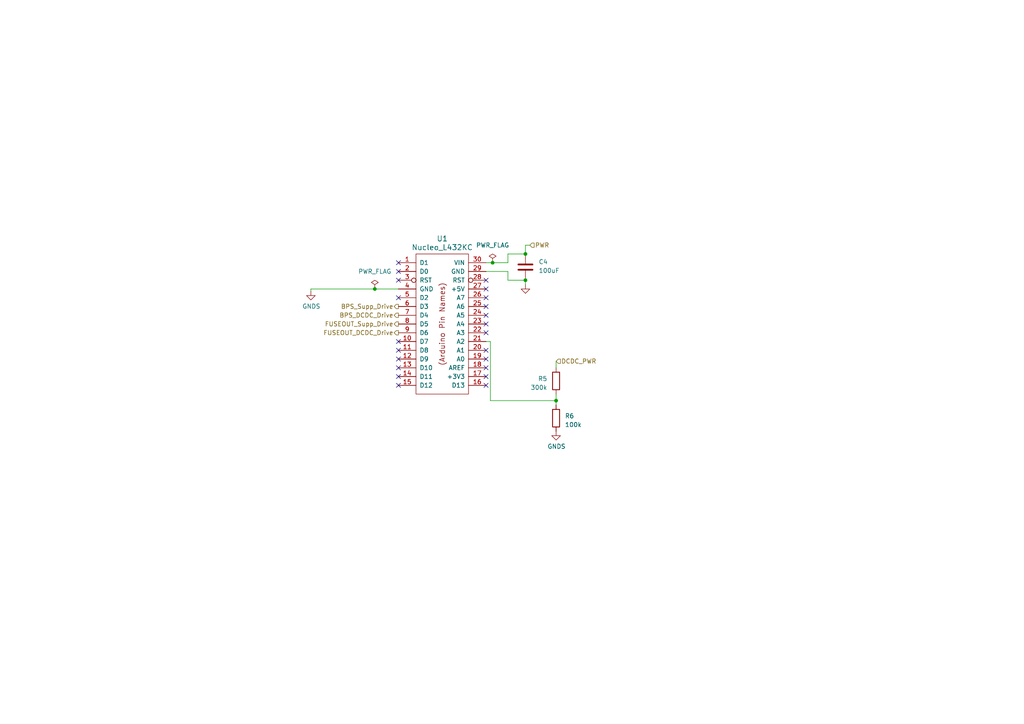
<source format=kicad_sch>
(kicad_sch
	(version 20231120)
	(generator "eeschema")
	(generator_version "8.0")
	(uuid "60812da8-6a40-47c9-9bd7-05b39bb67b4c")
	(paper "A4")
	(lib_symbols
		(symbol "Device:C"
			(pin_numbers hide)
			(pin_names
				(offset 0.254)
			)
			(exclude_from_sim no)
			(in_bom yes)
			(on_board yes)
			(property "Reference" "C"
				(at 0.635 2.54 0)
				(effects
					(font
						(size 1.27 1.27)
					)
					(justify left)
				)
			)
			(property "Value" "C"
				(at 0.635 -2.54 0)
				(effects
					(font
						(size 1.27 1.27)
					)
					(justify left)
				)
			)
			(property "Footprint" ""
				(at 0.9652 -3.81 0)
				(effects
					(font
						(size 1.27 1.27)
					)
					(hide yes)
				)
			)
			(property "Datasheet" "~"
				(at 0 0 0)
				(effects
					(font
						(size 1.27 1.27)
					)
					(hide yes)
				)
			)
			(property "Description" "Unpolarized capacitor"
				(at 0 0 0)
				(effects
					(font
						(size 1.27 1.27)
					)
					(hide yes)
				)
			)
			(property "ki_keywords" "cap capacitor"
				(at 0 0 0)
				(effects
					(font
						(size 1.27 1.27)
					)
					(hide yes)
				)
			)
			(property "ki_fp_filters" "C_*"
				(at 0 0 0)
				(effects
					(font
						(size 1.27 1.27)
					)
					(hide yes)
				)
			)
			(symbol "C_0_1"
				(polyline
					(pts
						(xy -2.032 -0.762) (xy 2.032 -0.762)
					)
					(stroke
						(width 0.508)
						(type default)
					)
					(fill
						(type none)
					)
				)
				(polyline
					(pts
						(xy -2.032 0.762) (xy 2.032 0.762)
					)
					(stroke
						(width 0.508)
						(type default)
					)
					(fill
						(type none)
					)
				)
			)
			(symbol "C_1_1"
				(pin passive line
					(at 0 3.81 270)
					(length 2.794)
					(name "~"
						(effects
							(font
								(size 1.27 1.27)
							)
						)
					)
					(number "1"
						(effects
							(font
								(size 1.27 1.27)
							)
						)
					)
				)
				(pin passive line
					(at 0 -3.81 90)
					(length 2.794)
					(name "~"
						(effects
							(font
								(size 1.27 1.27)
							)
						)
					)
					(number "2"
						(effects
							(font
								(size 1.27 1.27)
							)
						)
					)
				)
			)
		)
		(symbol "Device:R"
			(pin_numbers hide)
			(pin_names
				(offset 0)
			)
			(exclude_from_sim no)
			(in_bom yes)
			(on_board yes)
			(property "Reference" "R"
				(at 2.032 0 90)
				(effects
					(font
						(size 1.27 1.27)
					)
				)
			)
			(property "Value" "R"
				(at 0 0 90)
				(effects
					(font
						(size 1.27 1.27)
					)
				)
			)
			(property "Footprint" ""
				(at -1.778 0 90)
				(effects
					(font
						(size 1.27 1.27)
					)
					(hide yes)
				)
			)
			(property "Datasheet" "~"
				(at 0 0 0)
				(effects
					(font
						(size 1.27 1.27)
					)
					(hide yes)
				)
			)
			(property "Description" "Resistor"
				(at 0 0 0)
				(effects
					(font
						(size 1.27 1.27)
					)
					(hide yes)
				)
			)
			(property "ki_keywords" "R res resistor"
				(at 0 0 0)
				(effects
					(font
						(size 1.27 1.27)
					)
					(hide yes)
				)
			)
			(property "ki_fp_filters" "R_*"
				(at 0 0 0)
				(effects
					(font
						(size 1.27 1.27)
					)
					(hide yes)
				)
			)
			(symbol "R_0_1"
				(rectangle
					(start -1.016 -2.54)
					(end 1.016 2.54)
					(stroke
						(width 0.254)
						(type default)
					)
					(fill
						(type none)
					)
				)
			)
			(symbol "R_1_1"
				(pin passive line
					(at 0 3.81 270)
					(length 1.27)
					(name "~"
						(effects
							(font
								(size 1.27 1.27)
							)
						)
					)
					(number "1"
						(effects
							(font
								(size 1.27 1.27)
							)
						)
					)
				)
				(pin passive line
					(at 0 -3.81 90)
					(length 1.27)
					(name "~"
						(effects
							(font
								(size 1.27 1.27)
							)
						)
					)
					(number "2"
						(effects
							(font
								(size 1.27 1.27)
							)
						)
					)
				)
			)
		)
		(symbol "PWR_FLAG_1"
			(power)
			(pin_numbers hide)
			(pin_names
				(offset 0) hide)
			(exclude_from_sim no)
			(in_bom yes)
			(on_board yes)
			(property "Reference" "#FLG"
				(at 0 1.905 0)
				(effects
					(font
						(size 1.27 1.27)
					)
					(hide yes)
				)
			)
			(property "Value" "PWR_FLAG"
				(at 0 3.81 0)
				(effects
					(font
						(size 1.27 1.27)
					)
				)
			)
			(property "Footprint" ""
				(at 0 0 0)
				(effects
					(font
						(size 1.27 1.27)
					)
					(hide yes)
				)
			)
			(property "Datasheet" "~"
				(at 0 0 0)
				(effects
					(font
						(size 1.27 1.27)
					)
					(hide yes)
				)
			)
			(property "Description" "Special symbol for telling ERC where power comes from"
				(at 0 0 0)
				(effects
					(font
						(size 1.27 1.27)
					)
					(hide yes)
				)
			)
			(property "ki_keywords" "flag power"
				(at 0 0 0)
				(effects
					(font
						(size 1.27 1.27)
					)
					(hide yes)
				)
			)
			(symbol "PWR_FLAG_1_0_0"
				(pin power_out line
					(at 0 0 90)
					(length 0)
					(name "~"
						(effects
							(font
								(size 1.27 1.27)
							)
						)
					)
					(number "1"
						(effects
							(font
								(size 1.27 1.27)
							)
						)
					)
				)
			)
			(symbol "PWR_FLAG_1_0_1"
				(polyline
					(pts
						(xy 0 0) (xy 0 1.27) (xy -1.016 1.905) (xy 0 2.54) (xy 1.016 1.905) (xy 0 1.27)
					)
					(stroke
						(width 0)
						(type default)
					)
					(fill
						(type none)
					)
				)
			)
		)
		(symbol "power:GNDS"
			(power)
			(pin_names
				(offset 0)
			)
			(exclude_from_sim no)
			(in_bom yes)
			(on_board yes)
			(property "Reference" "#PWR"
				(at 0 -6.35 0)
				(effects
					(font
						(size 1.27 1.27)
					)
					(hide yes)
				)
			)
			(property "Value" "GNDS"
				(at 0 -3.81 0)
				(effects
					(font
						(size 1.27 1.27)
					)
				)
			)
			(property "Footprint" ""
				(at 0 0 0)
				(effects
					(font
						(size 1.27 1.27)
					)
					(hide yes)
				)
			)
			(property "Datasheet" ""
				(at 0 0 0)
				(effects
					(font
						(size 1.27 1.27)
					)
					(hide yes)
				)
			)
			(property "Description" "Power symbol creates a global label with name \"GNDS\" , signal ground"
				(at 0 0 0)
				(effects
					(font
						(size 1.27 1.27)
					)
					(hide yes)
				)
			)
			(property "ki_keywords" "global power"
				(at 0 0 0)
				(effects
					(font
						(size 1.27 1.27)
					)
					(hide yes)
				)
			)
			(symbol "GNDS_0_1"
				(polyline
					(pts
						(xy 0 0) (xy 0 -1.27) (xy 1.27 -1.27) (xy 0 -2.54) (xy -1.27 -1.27) (xy 0 -1.27)
					)
					(stroke
						(width 0)
						(type default)
					)
					(fill
						(type none)
					)
				)
			)
			(symbol "GNDS_1_1"
				(pin power_in line
					(at 0 0 270)
					(length 0) hide
					(name "GNDS"
						(effects
							(font
								(size 1.27 1.27)
							)
						)
					)
					(number "1"
						(effects
							(font
								(size 1.27 1.27)
							)
						)
					)
				)
			)
		)
		(symbol "power:PWR_FLAG"
			(power)
			(pin_numbers hide)
			(pin_names
				(offset 0) hide)
			(exclude_from_sim no)
			(in_bom yes)
			(on_board yes)
			(property "Reference" "#FLG"
				(at 0 1.905 0)
				(effects
					(font
						(size 1.27 1.27)
					)
					(hide yes)
				)
			)
			(property "Value" "PWR_FLAG"
				(at 0 3.81 0)
				(effects
					(font
						(size 1.27 1.27)
					)
				)
			)
			(property "Footprint" ""
				(at 0 0 0)
				(effects
					(font
						(size 1.27 1.27)
					)
					(hide yes)
				)
			)
			(property "Datasheet" "~"
				(at 0 0 0)
				(effects
					(font
						(size 1.27 1.27)
					)
					(hide yes)
				)
			)
			(property "Description" "Special symbol for telling ERC where power comes from"
				(at 0 0 0)
				(effects
					(font
						(size 1.27 1.27)
					)
					(hide yes)
				)
			)
			(property "ki_keywords" "flag power"
				(at 0 0 0)
				(effects
					(font
						(size 1.27 1.27)
					)
					(hide yes)
				)
			)
			(symbol "PWR_FLAG_0_0"
				(pin power_out line
					(at 0 0 90)
					(length 0)
					(name "~"
						(effects
							(font
								(size 1.27 1.27)
							)
						)
					)
					(number "1"
						(effects
							(font
								(size 1.27 1.27)
							)
						)
					)
				)
			)
			(symbol "PWR_FLAG_0_1"
				(polyline
					(pts
						(xy 0 0) (xy 0 1.27) (xy -1.016 1.905) (xy 0 2.54) (xy 1.016 1.905) (xy 0 1.27)
					)
					(stroke
						(width 0)
						(type default)
					)
					(fill
						(type none)
					)
				)
			)
		)
		(symbol "utsvt-microcontrollers:Nucleo_L432KC"
			(pin_names
				(offset 1.016)
			)
			(exclude_from_sim no)
			(in_bom yes)
			(on_board yes)
			(property "Reference" "U"
				(at 0 -21.59 0)
				(effects
					(font
						(size 1.524 1.524)
					)
				)
			)
			(property "Value" "Nucleo_L432KC"
				(at 0 21.59 0)
				(effects
					(font
						(size 1.524 1.524)
					)
				)
			)
			(property "Footprint" ""
				(at 0 -7.62 0)
				(effects
					(font
						(size 1.524 1.524)
					)
					(hide yes)
				)
			)
			(property "Datasheet" ""
				(at 0 -7.62 0)
				(effects
					(font
						(size 1.524 1.524)
					)
					(hide yes)
				)
			)
			(property "Description" ""
				(at 0 0 0)
				(effects
					(font
						(size 1.27 1.27)
					)
					(hide yes)
				)
			)
			(symbol "Nucleo_L432KC_0_0"
				(rectangle
					(start -7.62 20.32)
					(end 7.62 -20.32)
					(stroke
						(width 0)
						(type solid)
					)
					(fill
						(type none)
					)
				)
			)
			(symbol "Nucleo_L432KC_0_1"
				(text "(Arduino Pin Names)"
					(at 0 0 900)
					(effects
						(font
							(size 1.524 1.524)
						)
					)
				)
			)
			(symbol "Nucleo_L432KC_0_2"
				(text "(Nucleo Pin Names)"
					(at 0 0 900)
					(effects
						(font
							(size 1.524 1.524)
						)
					)
				)
			)
			(symbol "Nucleo_L432KC_1_1"
				(pin bidirectional line
					(at -12.7 17.78 0)
					(length 5.08)
					(name "D1"
						(effects
							(font
								(size 1.27 1.27)
							)
						)
					)
					(number "1"
						(effects
							(font
								(size 1.27 1.27)
							)
						)
					)
				)
				(pin bidirectional line
					(at -12.7 -5.08 0)
					(length 5.08)
					(name "D7"
						(effects
							(font
								(size 1.27 1.27)
							)
						)
					)
					(number "10"
						(effects
							(font
								(size 1.27 1.27)
							)
						)
					)
				)
				(pin bidirectional line
					(at -12.7 -7.62 0)
					(length 5.08)
					(name "D8"
						(effects
							(font
								(size 1.27 1.27)
							)
						)
					)
					(number "11"
						(effects
							(font
								(size 1.27 1.27)
							)
						)
					)
				)
				(pin bidirectional line
					(at -12.7 -10.16 0)
					(length 5.08)
					(name "D9"
						(effects
							(font
								(size 1.27 1.27)
							)
						)
					)
					(number "12"
						(effects
							(font
								(size 1.27 1.27)
							)
						)
					)
				)
				(pin bidirectional line
					(at -12.7 -12.7 0)
					(length 5.08)
					(name "D10"
						(effects
							(font
								(size 1.27 1.27)
							)
						)
					)
					(number "13"
						(effects
							(font
								(size 1.27 1.27)
							)
						)
					)
				)
				(pin bidirectional line
					(at -12.7 -15.24 0)
					(length 5.08)
					(name "D11"
						(effects
							(font
								(size 1.27 1.27)
							)
						)
					)
					(number "14"
						(effects
							(font
								(size 1.27 1.27)
							)
						)
					)
				)
				(pin bidirectional line
					(at -12.7 -17.78 0)
					(length 5.08)
					(name "D12"
						(effects
							(font
								(size 1.27 1.27)
							)
						)
					)
					(number "15"
						(effects
							(font
								(size 1.27 1.27)
							)
						)
					)
				)
				(pin bidirectional line
					(at 12.7 -17.78 180)
					(length 5.08)
					(name "D13"
						(effects
							(font
								(size 1.27 1.27)
							)
						)
					)
					(number "16"
						(effects
							(font
								(size 1.27 1.27)
							)
						)
					)
				)
				(pin power_out line
					(at 12.7 -15.24 180)
					(length 5.08)
					(name "+3V3"
						(effects
							(font
								(size 1.27 1.27)
							)
						)
					)
					(number "17"
						(effects
							(font
								(size 1.27 1.27)
							)
						)
					)
				)
				(pin input line
					(at 12.7 -12.7 180)
					(length 5.08)
					(name "AREF"
						(effects
							(font
								(size 1.27 1.27)
							)
						)
					)
					(number "18"
						(effects
							(font
								(size 1.27 1.27)
							)
						)
					)
				)
				(pin bidirectional line
					(at 12.7 -10.16 180)
					(length 5.08)
					(name "A0"
						(effects
							(font
								(size 1.27 1.27)
							)
						)
					)
					(number "19"
						(effects
							(font
								(size 1.27 1.27)
							)
						)
					)
				)
				(pin bidirectional line
					(at -12.7 15.24 0)
					(length 5.08)
					(name "D0"
						(effects
							(font
								(size 1.27 1.27)
							)
						)
					)
					(number "2"
						(effects
							(font
								(size 1.27 1.27)
							)
						)
					)
				)
				(pin bidirectional line
					(at 12.7 -7.62 180)
					(length 5.08)
					(name "A1"
						(effects
							(font
								(size 1.27 1.27)
							)
						)
					)
					(number "20"
						(effects
							(font
								(size 1.27 1.27)
							)
						)
					)
				)
				(pin bidirectional line
					(at 12.7 -5.08 180)
					(length 5.08)
					(name "A2"
						(effects
							(font
								(size 1.27 1.27)
							)
						)
					)
					(number "21"
						(effects
							(font
								(size 1.27 1.27)
							)
						)
					)
				)
				(pin bidirectional line
					(at 12.7 -2.54 180)
					(length 5.08)
					(name "A3"
						(effects
							(font
								(size 1.27 1.27)
							)
						)
					)
					(number "22"
						(effects
							(font
								(size 1.27 1.27)
							)
						)
					)
				)
				(pin bidirectional line
					(at 12.7 0 180)
					(length 5.08)
					(name "A4"
						(effects
							(font
								(size 1.27 1.27)
							)
						)
					)
					(number "23"
						(effects
							(font
								(size 1.27 1.27)
							)
						)
					)
				)
				(pin bidirectional line
					(at 12.7 2.54 180)
					(length 5.08)
					(name "A5"
						(effects
							(font
								(size 1.27 1.27)
							)
						)
					)
					(number "24"
						(effects
							(font
								(size 1.27 1.27)
							)
						)
					)
				)
				(pin bidirectional line
					(at 12.7 5.08 180)
					(length 5.08)
					(name "A6"
						(effects
							(font
								(size 1.27 1.27)
							)
						)
					)
					(number "25"
						(effects
							(font
								(size 1.27 1.27)
							)
						)
					)
				)
				(pin bidirectional line
					(at 12.7 7.62 180)
					(length 5.08)
					(name "A7"
						(effects
							(font
								(size 1.27 1.27)
							)
						)
					)
					(number "26"
						(effects
							(font
								(size 1.27 1.27)
							)
						)
					)
				)
				(pin power_out line
					(at 12.7 10.16 180)
					(length 5.08)
					(name "+5V"
						(effects
							(font
								(size 1.27 1.27)
							)
						)
					)
					(number "27"
						(effects
							(font
								(size 1.27 1.27)
							)
						)
					)
				)
				(pin input inverted
					(at 12.7 12.7 180)
					(length 5.08)
					(name "RST"
						(effects
							(font
								(size 1.27 1.27)
							)
						)
					)
					(number "28"
						(effects
							(font
								(size 1.27 1.27)
							)
						)
					)
				)
				(pin power_in line
					(at 12.7 15.24 180)
					(length 5.08)
					(name "GND"
						(effects
							(font
								(size 1.27 1.27)
							)
						)
					)
					(number "29"
						(effects
							(font
								(size 1.27 1.27)
							)
						)
					)
				)
				(pin input inverted
					(at -12.7 12.7 0)
					(length 5.08)
					(name "RST"
						(effects
							(font
								(size 1.27 1.27)
							)
						)
					)
					(number "3"
						(effects
							(font
								(size 1.27 1.27)
							)
						)
					)
				)
				(pin power_in line
					(at 12.7 17.78 180)
					(length 5.08)
					(name "VIN"
						(effects
							(font
								(size 1.27 1.27)
							)
						)
					)
					(number "30"
						(effects
							(font
								(size 1.27 1.27)
							)
						)
					)
				)
				(pin power_in line
					(at -12.7 10.16 0)
					(length 5.08)
					(name "GND"
						(effects
							(font
								(size 1.27 1.27)
							)
						)
					)
					(number "4"
						(effects
							(font
								(size 1.27 1.27)
							)
						)
					)
				)
				(pin bidirectional line
					(at -12.7 7.62 0)
					(length 5.08)
					(name "D2"
						(effects
							(font
								(size 1.27 1.27)
							)
						)
					)
					(number "5"
						(effects
							(font
								(size 1.27 1.27)
							)
						)
					)
				)
				(pin bidirectional line
					(at -12.7 5.08 0)
					(length 5.08)
					(name "D3"
						(effects
							(font
								(size 1.27 1.27)
							)
						)
					)
					(number "6"
						(effects
							(font
								(size 1.27 1.27)
							)
						)
					)
				)
				(pin bidirectional line
					(at -12.7 2.54 0)
					(length 5.08)
					(name "D4"
						(effects
							(font
								(size 1.27 1.27)
							)
						)
					)
					(number "7"
						(effects
							(font
								(size 1.27 1.27)
							)
						)
					)
				)
				(pin bidirectional line
					(at -12.7 0 0)
					(length 5.08)
					(name "D5"
						(effects
							(font
								(size 1.27 1.27)
							)
						)
					)
					(number "8"
						(effects
							(font
								(size 1.27 1.27)
							)
						)
					)
				)
				(pin bidirectional line
					(at -12.7 -2.54 0)
					(length 5.08)
					(name "D6"
						(effects
							(font
								(size 1.27 1.27)
							)
						)
					)
					(number "9"
						(effects
							(font
								(size 1.27 1.27)
							)
						)
					)
				)
			)
			(symbol "Nucleo_L432KC_1_2"
				(pin bidirectional line
					(at -12.7 17.78 0)
					(length 5.08)
					(name "PA9"
						(effects
							(font
								(size 1.27 1.27)
							)
						)
					)
					(number "1"
						(effects
							(font
								(size 1.27 1.27)
							)
						)
					)
				)
				(pin bidirectional line
					(at -12.7 -5.08 0)
					(length 5.08)
					(name "PC14"
						(effects
							(font
								(size 1.27 1.27)
							)
						)
					)
					(number "10"
						(effects
							(font
								(size 1.27 1.27)
							)
						)
					)
				)
				(pin bidirectional line
					(at -12.7 -7.62 0)
					(length 5.08)
					(name "PC15"
						(effects
							(font
								(size 1.27 1.27)
							)
						)
					)
					(number "11"
						(effects
							(font
								(size 1.27 1.27)
							)
						)
					)
				)
				(pin bidirectional line
					(at -12.7 -10.16 0)
					(length 5.08)
					(name "PA8"
						(effects
							(font
								(size 1.27 1.27)
							)
						)
					)
					(number "12"
						(effects
							(font
								(size 1.27 1.27)
							)
						)
					)
				)
				(pin bidirectional line
					(at -12.7 -12.7 0)
					(length 5.08)
					(name "PA11"
						(effects
							(font
								(size 1.27 1.27)
							)
						)
					)
					(number "13"
						(effects
							(font
								(size 1.27 1.27)
							)
						)
					)
				)
				(pin bidirectional line
					(at -12.7 -15.24 0)
					(length 5.08)
					(name "PB5"
						(effects
							(font
								(size 1.27 1.27)
							)
						)
					)
					(number "14"
						(effects
							(font
								(size 1.27 1.27)
							)
						)
					)
				)
				(pin bidirectional line
					(at -12.7 -17.78 0)
					(length 5.08)
					(name "PB4"
						(effects
							(font
								(size 1.27 1.27)
							)
						)
					)
					(number "15"
						(effects
							(font
								(size 1.27 1.27)
							)
						)
					)
				)
				(pin bidirectional line
					(at 12.7 -17.78 180)
					(length 5.08)
					(name "PB3"
						(effects
							(font
								(size 1.27 1.27)
							)
						)
					)
					(number "16"
						(effects
							(font
								(size 1.27 1.27)
							)
						)
					)
				)
				(pin power_out line
					(at 12.7 -15.24 180)
					(length 5.08)
					(name "+3V3"
						(effects
							(font
								(size 1.27 1.27)
							)
						)
					)
					(number "17"
						(effects
							(font
								(size 1.27 1.27)
							)
						)
					)
				)
				(pin input line
					(at 12.7 -12.7 180)
					(length 5.08)
					(name "AREF"
						(effects
							(font
								(size 1.27 1.27)
							)
						)
					)
					(number "18"
						(effects
							(font
								(size 1.27 1.27)
							)
						)
					)
				)
				(pin bidirectional line
					(at 12.7 -10.16 180)
					(length 5.08)
					(name "PA0"
						(effects
							(font
								(size 1.27 1.27)
							)
						)
					)
					(number "19"
						(effects
							(font
								(size 1.27 1.27)
							)
						)
					)
				)
				(pin bidirectional line
					(at -12.7 15.24 0)
					(length 5.08)
					(name "PA10"
						(effects
							(font
								(size 1.27 1.27)
							)
						)
					)
					(number "2"
						(effects
							(font
								(size 1.27 1.27)
							)
						)
					)
				)
				(pin bidirectional line
					(at 12.7 -7.62 180)
					(length 5.08)
					(name "PA1"
						(effects
							(font
								(size 1.27 1.27)
							)
						)
					)
					(number "20"
						(effects
							(font
								(size 1.27 1.27)
							)
						)
					)
				)
				(pin bidirectional line
					(at 12.7 -5.08 180)
					(length 5.08)
					(name "PA3"
						(effects
							(font
								(size 1.27 1.27)
							)
						)
					)
					(number "21"
						(effects
							(font
								(size 1.27 1.27)
							)
						)
					)
				)
				(pin bidirectional line
					(at 12.7 -2.54 180)
					(length 5.08)
					(name "PA4"
						(effects
							(font
								(size 1.27 1.27)
							)
						)
					)
					(number "22"
						(effects
							(font
								(size 1.27 1.27)
							)
						)
					)
				)
				(pin bidirectional line
					(at 12.7 0 180)
					(length 5.08)
					(name "PA5"
						(effects
							(font
								(size 1.27 1.27)
							)
						)
					)
					(number "23"
						(effects
							(font
								(size 1.27 1.27)
							)
						)
					)
				)
				(pin bidirectional line
					(at 12.7 2.54 180)
					(length 5.08)
					(name "PA6"
						(effects
							(font
								(size 1.27 1.27)
							)
						)
					)
					(number "24"
						(effects
							(font
								(size 1.27 1.27)
							)
						)
					)
				)
				(pin bidirectional line
					(at 12.7 5.08 180)
					(length 5.08)
					(name "PA7"
						(effects
							(font
								(size 1.27 1.27)
							)
						)
					)
					(number "25"
						(effects
							(font
								(size 1.27 1.27)
							)
						)
					)
				)
				(pin bidirectional line
					(at 12.7 7.62 180)
					(length 5.08)
					(name "PA2"
						(effects
							(font
								(size 1.27 1.27)
							)
						)
					)
					(number "26"
						(effects
							(font
								(size 1.27 1.27)
							)
						)
					)
				)
				(pin power_out line
					(at 12.7 10.16 180)
					(length 5.08)
					(name "+5V"
						(effects
							(font
								(size 1.27 1.27)
							)
						)
					)
					(number "27"
						(effects
							(font
								(size 1.27 1.27)
							)
						)
					)
				)
				(pin input inverted
					(at 12.7 12.7 180)
					(length 5.08)
					(name "RST"
						(effects
							(font
								(size 1.27 1.27)
							)
						)
					)
					(number "28"
						(effects
							(font
								(size 1.27 1.27)
							)
						)
					)
				)
				(pin power_in line
					(at 12.7 15.24 180)
					(length 5.08)
					(name "GND"
						(effects
							(font
								(size 1.27 1.27)
							)
						)
					)
					(number "29"
						(effects
							(font
								(size 1.27 1.27)
							)
						)
					)
				)
				(pin input inverted
					(at -12.7 12.7 0)
					(length 5.08)
					(name "RST"
						(effects
							(font
								(size 1.27 1.27)
							)
						)
					)
					(number "3"
						(effects
							(font
								(size 1.27 1.27)
							)
						)
					)
				)
				(pin power_in line
					(at 12.7 17.78 180)
					(length 5.08)
					(name "VIN"
						(effects
							(font
								(size 1.27 1.27)
							)
						)
					)
					(number "30"
						(effects
							(font
								(size 1.27 1.27)
							)
						)
					)
				)
				(pin power_in line
					(at -12.7 10.16 0)
					(length 5.08)
					(name "GND"
						(effects
							(font
								(size 1.27 1.27)
							)
						)
					)
					(number "4"
						(effects
							(font
								(size 1.27 1.27)
							)
						)
					)
				)
				(pin bidirectional line
					(at -12.7 7.62 0)
					(length 5.08)
					(name "PA12"
						(effects
							(font
								(size 1.27 1.27)
							)
						)
					)
					(number "5"
						(effects
							(font
								(size 1.27 1.27)
							)
						)
					)
				)
				(pin bidirectional line
					(at -12.7 5.08 0)
					(length 5.08)
					(name "PB0"
						(effects
							(font
								(size 1.27 1.27)
							)
						)
					)
					(number "6"
						(effects
							(font
								(size 1.27 1.27)
							)
						)
					)
				)
				(pin bidirectional line
					(at -12.7 2.54 0)
					(length 5.08)
					(name "PB7"
						(effects
							(font
								(size 1.27 1.27)
							)
						)
					)
					(number "7"
						(effects
							(font
								(size 1.27 1.27)
							)
						)
					)
				)
				(pin bidirectional line
					(at -12.7 0 0)
					(length 5.08)
					(name "PB6"
						(effects
							(font
								(size 1.27 1.27)
							)
						)
					)
					(number "8"
						(effects
							(font
								(size 1.27 1.27)
							)
						)
					)
				)
				(pin bidirectional line
					(at -12.7 -2.54 0)
					(length 5.08)
					(name "PB1"
						(effects
							(font
								(size 1.27 1.27)
							)
						)
					)
					(number "9"
						(effects
							(font
								(size 1.27 1.27)
							)
						)
					)
				)
			)
		)
	)
	(junction
		(at 152.4 73.66)
		(diameter 0)
		(color 0 0 0 0)
		(uuid "128bfca1-e14f-4e0e-a4d9-df958f7e4a61")
	)
	(junction
		(at 152.4 81.28)
		(diameter 0)
		(color 0 0 0 0)
		(uuid "2468f6df-5f88-4574-be4a-207e5f853fd5")
	)
	(junction
		(at 142.875 76.2)
		(diameter 0)
		(color 0 0 0 0)
		(uuid "29f75d87-0da3-4114-a4e6-706bef53ef34")
	)
	(junction
		(at 108.712 83.82)
		(diameter 0)
		(color 0 0 0 0)
		(uuid "348616ac-d7cb-4abd-b294-81174b17ecf7")
	)
	(junction
		(at 161.29 116.205)
		(diameter 0)
		(color 0 0 0 0)
		(uuid "942a134a-edbe-4fe0-9c79-8fc8c959afb9")
	)
	(no_connect
		(at 115.57 101.6)
		(uuid "0e97936b-95f1-4256-97c9-c1c9b4b00882")
	)
	(no_connect
		(at 140.97 111.76)
		(uuid "326d73f5-781a-49c9-ad06-e366e78ea2ea")
	)
	(no_connect
		(at 140.97 86.36)
		(uuid "3755f863-e8c1-40c8-a73e-f67464403ad3")
	)
	(no_connect
		(at 140.97 109.22)
		(uuid "3c10ae7a-6b3d-4dd4-b36b-bf8f92d2c034")
	)
	(no_connect
		(at 140.97 81.28)
		(uuid "5a7adbca-3046-439a-bce9-1c91052a1625")
	)
	(no_connect
		(at 140.97 101.6)
		(uuid "5c2708a4-a44f-4250-bd47-a9f995cf7998")
	)
	(no_connect
		(at 115.57 86.36)
		(uuid "693dc4f3-94bd-4870-ac69-ab029a87b05a")
	)
	(no_connect
		(at 140.97 96.52)
		(uuid "7652a6a1-e71b-4c34-8628-971dbd6eb8c2")
	)
	(no_connect
		(at 115.57 76.2)
		(uuid "84dc7520-a31c-4ba3-b815-e083cf18e7f9")
	)
	(no_connect
		(at 140.97 83.82)
		(uuid "90663ace-4077-4577-be7f-a41559035399")
	)
	(no_connect
		(at 115.57 81.28)
		(uuid "92551511-1838-4c3f-833b-9ce85f2d2e61")
	)
	(no_connect
		(at 140.97 104.14)
		(uuid "950cc114-9120-4172-8b13-d4fdc8a98f0e")
	)
	(no_connect
		(at 140.97 93.98)
		(uuid "9905ff15-b146-44e3-9ca3-3b2cfbc8301d")
	)
	(no_connect
		(at 115.57 99.06)
		(uuid "a29f7c8c-9962-4c4f-8328-383d89ba0f69")
	)
	(no_connect
		(at 115.57 106.68)
		(uuid "a4c6dc6e-dda8-45c7-a134-ce97b63a973a")
	)
	(no_connect
		(at 115.57 78.74)
		(uuid "b00d2e87-352e-41eb-b134-4f2460ed68e6")
	)
	(no_connect
		(at 140.97 106.68)
		(uuid "d9868d5e-54d8-4f8b-86e7-970b26154434")
	)
	(no_connect
		(at 115.57 111.76)
		(uuid "dab69130-4ad3-4b4f-b9cc-7fb72bff5201")
	)
	(no_connect
		(at 140.97 91.44)
		(uuid "dbbdc483-44da-459f-b7fe-ea0734282f39")
	)
	(no_connect
		(at 115.57 104.14)
		(uuid "ddee5e35-7fcf-4ff6-93eb-3292f0995455")
	)
	(no_connect
		(at 115.57 109.22)
		(uuid "e0dfed7d-953a-45fc-801c-42dbe149577f")
	)
	(no_connect
		(at 140.97 88.9)
		(uuid "f8ecb473-d692-4a32-99a4-79de281d5e6d")
	)
	(wire
		(pts
			(xy 140.97 76.2) (xy 142.875 76.2)
		)
		(stroke
			(width 0)
			(type default)
		)
		(uuid "066ade92-1e08-429a-9dcc-f516c088edac")
	)
	(wire
		(pts
			(xy 108.712 83.82) (xy 90.17 83.82)
		)
		(stroke
			(width 0)
			(type default)
		)
		(uuid "1bc44fe4-203b-49da-85f5-abe7602bbcb2")
	)
	(wire
		(pts
			(xy 161.29 114.3) (xy 161.29 116.205)
		)
		(stroke
			(width 0)
			(type default)
		)
		(uuid "2176bcf7-2e20-4530-b0b6-1d1b97202b06")
	)
	(wire
		(pts
			(xy 142.24 99.06) (xy 140.97 99.06)
		)
		(stroke
			(width 0)
			(type default)
		)
		(uuid "2a66afd3-b014-49c0-9f90-980f0a092d6f")
	)
	(wire
		(pts
			(xy 152.4 82.55) (xy 152.4 81.28)
		)
		(stroke
			(width 0)
			(type default)
		)
		(uuid "5ccc4d0b-3ddf-462a-9340-d3a8dc84b021")
	)
	(wire
		(pts
			(xy 142.24 116.205) (xy 161.29 116.205)
		)
		(stroke
			(width 0)
			(type default)
		)
		(uuid "6d021ef1-9c69-4577-85e8-d09e2ad7fa77")
	)
	(wire
		(pts
			(xy 115.57 83.82) (xy 108.712 83.82)
		)
		(stroke
			(width 0)
			(type default)
		)
		(uuid "711059ef-420b-4cbd-be6e-a86c6120aec8")
	)
	(wire
		(pts
			(xy 147.32 76.2) (xy 147.32 73.66)
		)
		(stroke
			(width 0)
			(type default)
		)
		(uuid "75863730-cb55-4ac8-a63a-8226c74d562d")
	)
	(wire
		(pts
			(xy 90.17 83.82) (xy 90.17 84.455)
		)
		(stroke
			(width 0)
			(type default)
		)
		(uuid "947e63c2-e6b4-440c-aad0-8e88a31fd722")
	)
	(wire
		(pts
			(xy 161.29 116.205) (xy 161.29 117.475)
		)
		(stroke
			(width 0)
			(type default)
		)
		(uuid "9cc01075-0943-41ea-b463-de8e5ad58eab")
	)
	(wire
		(pts
			(xy 161.29 104.775) (xy 161.29 106.68)
		)
		(stroke
			(width 0)
			(type default)
		)
		(uuid "9d711fa5-2466-4348-a1f3-083ef79c1391")
	)
	(wire
		(pts
			(xy 140.97 78.74) (xy 147.32 78.74)
		)
		(stroke
			(width 0)
			(type default)
		)
		(uuid "a81799ca-0acf-4bd3-894b-df23431a3272")
	)
	(wire
		(pts
			(xy 152.4 71.12) (xy 153.67 71.12)
		)
		(stroke
			(width 0)
			(type default)
		)
		(uuid "b84dbff7-c263-4f1e-9dff-247e35929c0c")
	)
	(wire
		(pts
			(xy 147.32 78.74) (xy 147.32 81.28)
		)
		(stroke
			(width 0)
			(type default)
		)
		(uuid "ba6aab42-19b6-4329-8c8c-f0c6dd783edb")
	)
	(wire
		(pts
			(xy 147.32 73.66) (xy 152.4 73.66)
		)
		(stroke
			(width 0)
			(type default)
		)
		(uuid "c410adcc-423e-4f9a-9140-ac5bb1bab1a0")
	)
	(wire
		(pts
			(xy 142.875 76.2) (xy 147.32 76.2)
		)
		(stroke
			(width 0)
			(type default)
		)
		(uuid "c5c7ed35-c48e-4930-8d8e-591ca9a0adb6")
	)
	(wire
		(pts
			(xy 142.24 116.205) (xy 142.24 99.06)
		)
		(stroke
			(width 0)
			(type default)
		)
		(uuid "f046d328-8757-4562-b818-a1b630553f12")
	)
	(wire
		(pts
			(xy 152.4 71.12) (xy 152.4 73.66)
		)
		(stroke
			(width 0)
			(type default)
		)
		(uuid "f45c3289-2eed-42ba-b46e-6daf5bcaf4b6")
	)
	(wire
		(pts
			(xy 147.32 81.28) (xy 152.4 81.28)
		)
		(stroke
			(width 0)
			(type default)
		)
		(uuid "f911ce21-7edf-4e63-8071-18c0d2260a7b")
	)
	(hierarchical_label "PWR"
		(shape input)
		(at 153.67 71.12 0)
		(fields_autoplaced yes)
		(effects
			(font
				(size 1.27 1.27)
			)
			(justify left)
		)
		(uuid "04a96b31-1164-45e2-8a0f-3649556440d4")
	)
	(hierarchical_label "FUSEOUT_DCDC_Drive"
		(shape output)
		(at 115.57 96.52 180)
		(fields_autoplaced yes)
		(effects
			(font
				(size 1.27 1.27)
			)
			(justify right)
		)
		(uuid "3c949ea4-e4c6-450c-94a8-e0fd315cebac")
	)
	(hierarchical_label "BPS_DCDC_Drive"
		(shape output)
		(at 115.57 91.44 180)
		(fields_autoplaced yes)
		(effects
			(font
				(size 1.27 1.27)
			)
			(justify right)
		)
		(uuid "9061f22e-67a3-4085-96af-170d79a05e93")
	)
	(hierarchical_label "DCDC_PWR"
		(shape input)
		(at 161.29 104.775 0)
		(fields_autoplaced yes)
		(effects
			(font
				(size 1.27 1.27)
			)
			(justify left)
		)
		(uuid "a5d6c639-25f8-40d7-8fd0-616f64871c39")
	)
	(hierarchical_label "BPS_Supp_Drive"
		(shape output)
		(at 115.57 88.9 180)
		(fields_autoplaced yes)
		(effects
			(font
				(size 1.27 1.27)
			)
			(justify right)
		)
		(uuid "d3b405a2-365c-47f4-995e-d19640a5b2a2")
	)
	(hierarchical_label "FUSEOUT_Supp_Drive"
		(shape output)
		(at 115.57 93.98 180)
		(fields_autoplaced yes)
		(effects
			(font
				(size 1.27 1.27)
			)
			(justify right)
		)
		(uuid "da534271-b03a-4bf3-bdf4-890b085d3dec")
	)
	(symbol
		(lib_id "Device:R")
		(at 161.29 110.49 0)
		(mirror y)
		(unit 1)
		(exclude_from_sim no)
		(in_bom yes)
		(on_board yes)
		(dnp no)
		(uuid "18afca0e-dfa2-485d-a336-87ff8818b7c2")
		(property "Reference" "R5"
			(at 158.75 109.855 0)
			(effects
				(font
					(size 1.27 1.27)
				)
				(justify left)
			)
		)
		(property "Value" "300k"
			(at 158.75 112.395 0)
			(effects
				(font
					(size 1.27 1.27)
				)
				(justify left)
			)
		)
		(property "Footprint" "Resistor_SMD:R_0805_2012Metric"
			(at 163.068 110.49 90)
			(effects
				(font
					(size 1.27 1.27)
				)
				(hide yes)
			)
		)
		(property "Datasheet" "~"
			(at 161.29 110.49 0)
			(effects
				(font
					(size 1.27 1.27)
				)
				(hide yes)
			)
		)
		(property "Description" ""
			(at 161.29 110.49 0)
			(effects
				(font
					(size 1.27 1.27)
				)
				(hide yes)
			)
		)
		(pin "1"
			(uuid "cc38126d-2eb6-4204-b2fa-01e21ad18a6d")
		)
		(pin "2"
			(uuid "afcab26a-6da6-49b5-9ecf-e0f23a447d2c")
		)
		(instances
			(project "Power-Secondary"
				(path "/ba21eba1-72a9-489c-9498-a38516b9f252/6e50724d-fa2c-4152-a095-2c53e94da30f"
					(reference "R5")
					(unit 1)
				)
			)
		)
	)
	(symbol
		(lib_name "PWR_FLAG_1")
		(lib_id "power:PWR_FLAG")
		(at 142.875 76.2 0)
		(unit 1)
		(exclude_from_sim no)
		(in_bom yes)
		(on_board yes)
		(dnp no)
		(uuid "8a11e60f-f8d8-4a00-bf75-ee0cd4bd9a2e")
		(property "Reference" "#FLG02"
			(at 142.875 74.295 0)
			(effects
				(font
					(size 1.27 1.27)
				)
				(hide yes)
			)
		)
		(property "Value" "PWR_FLAG"
			(at 142.875 71.12 0)
			(effects
				(font
					(size 1.27 1.27)
				)
			)
		)
		(property "Footprint" ""
			(at 142.875 76.2 0)
			(effects
				(font
					(size 1.27 1.27)
				)
				(hide yes)
			)
		)
		(property "Datasheet" "~"
			(at 142.875 76.2 0)
			(effects
				(font
					(size 1.27 1.27)
				)
				(hide yes)
			)
		)
		(property "Description" "Special symbol for telling ERC where power comes from"
			(at 142.875 76.2 0)
			(effects
				(font
					(size 1.27 1.27)
				)
				(hide yes)
			)
		)
		(pin "1"
			(uuid "4334016d-fa9d-4b46-8f40-51436e13efd0")
		)
		(instances
			(project "Power-Secondary"
				(path "/ba21eba1-72a9-489c-9498-a38516b9f252/6e50724d-fa2c-4152-a095-2c53e94da30f"
					(reference "#FLG02")
					(unit 1)
				)
			)
		)
	)
	(symbol
		(lib_id "power:GNDS")
		(at 161.29 125.095 0)
		(unit 1)
		(exclude_from_sim no)
		(in_bom yes)
		(on_board yes)
		(dnp no)
		(uuid "9301e993-6449-4578-a2c4-85507f7b2f16")
		(property "Reference" "#PWR018"
			(at 161.29 131.445 0)
			(effects
				(font
					(size 1.27 1.27)
				)
				(hide yes)
			)
		)
		(property "Value" "GNDS"
			(at 161.417 129.4892 0)
			(effects
				(font
					(size 1.27 1.27)
				)
			)
		)
		(property "Footprint" ""
			(at 161.29 125.095 0)
			(effects
				(font
					(size 1.27 1.27)
				)
				(hide yes)
			)
		)
		(property "Datasheet" ""
			(at 161.29 125.095 0)
			(effects
				(font
					(size 1.27 1.27)
				)
				(hide yes)
			)
		)
		(property "Description" ""
			(at 161.29 125.095 0)
			(effects
				(font
					(size 1.27 1.27)
				)
				(hide yes)
			)
		)
		(property "Sim.Device" "V"
			(at 161.29 125.095 0)
			(effects
				(font
					(size 1.27 1.27)
				)
				(hide yes)
			)
		)
		(property "Sim.Type" "DC"
			(at 161.29 125.095 0)
			(effects
				(font
					(size 1.27 1.27)
				)
				(hide yes)
			)
		)
		(property "Sim.Pins" "1=+"
			(at 161.29 125.095 0)
			(effects
				(font
					(size 1.27 1.27)
				)
				(hide yes)
			)
		)
		(property "Sim.Params" "dc=\"\""
			(at 161.29 125.095 0)
			(effects
				(font
					(size 1.27 1.27)
				)
				(hide yes)
			)
		)
		(pin "1"
			(uuid "29c6d771-50d2-4eb7-8541-2f6db085658c")
		)
		(instances
			(project "Power-Secondary"
				(path "/ba21eba1-72a9-489c-9498-a38516b9f252/6e50724d-fa2c-4152-a095-2c53e94da30f"
					(reference "#PWR018")
					(unit 1)
				)
			)
		)
	)
	(symbol
		(lib_id "power:GNDS")
		(at 90.17 84.455 0)
		(unit 1)
		(exclude_from_sim no)
		(in_bom yes)
		(on_board yes)
		(dnp no)
		(uuid "95cb1e1f-6ca9-43a7-a941-8f9bd4fbab1a")
		(property "Reference" "#PWR013"
			(at 90.17 90.805 0)
			(effects
				(font
					(size 1.27 1.27)
				)
				(hide yes)
			)
		)
		(property "Value" "GNDS"
			(at 90.297 88.8492 0)
			(effects
				(font
					(size 1.27 1.27)
				)
			)
		)
		(property "Footprint" ""
			(at 90.17 84.455 0)
			(effects
				(font
					(size 1.27 1.27)
				)
				(hide yes)
			)
		)
		(property "Datasheet" ""
			(at 90.17 84.455 0)
			(effects
				(font
					(size 1.27 1.27)
				)
				(hide yes)
			)
		)
		(property "Description" ""
			(at 90.17 84.455 0)
			(effects
				(font
					(size 1.27 1.27)
				)
				(hide yes)
			)
		)
		(property "Sim.Device" "V"
			(at 90.17 84.455 0)
			(effects
				(font
					(size 1.27 1.27)
				)
				(hide yes)
			)
		)
		(property "Sim.Type" "DC"
			(at 90.17 84.455 0)
			(effects
				(font
					(size 1.27 1.27)
				)
				(hide yes)
			)
		)
		(property "Sim.Pins" "1=+"
			(at 90.17 84.455 0)
			(effects
				(font
					(size 1.27 1.27)
				)
				(hide yes)
			)
		)
		(property "Sim.Params" "dc=\"\""
			(at 90.17 84.455 0)
			(effects
				(font
					(size 1.27 1.27)
				)
				(hide yes)
			)
		)
		(pin "1"
			(uuid "8559d276-c357-4b41-b9dc-8cba27a45ccb")
		)
		(instances
			(project "Power-Secondary"
				(path "/ba21eba1-72a9-489c-9498-a38516b9f252/6e50724d-fa2c-4152-a095-2c53e94da30f"
					(reference "#PWR013")
					(unit 1)
				)
			)
		)
	)
	(symbol
		(lib_id "power:GNDS")
		(at 152.4 82.55 0)
		(unit 1)
		(exclude_from_sim no)
		(in_bom yes)
		(on_board yes)
		(dnp no)
		(uuid "a1f0667a-fe9a-46ef-a272-98b32f395e65")
		(property "Reference" "#PWR012"
			(at 152.4 88.9 0)
			(effects
				(font
					(size 1.27 1.27)
				)
				(hide yes)
			)
		)
		(property "Value" "GNDS"
			(at 152.4 86.995 0)
			(effects
				(font
					(size 1.27 1.27)
				)
				(hide yes)
			)
		)
		(property "Footprint" ""
			(at 152.4 82.55 0)
			(effects
				(font
					(size 1.27 1.27)
				)
				(hide yes)
			)
		)
		(property "Datasheet" ""
			(at 152.4 82.55 0)
			(effects
				(font
					(size 1.27 1.27)
				)
				(hide yes)
			)
		)
		(property "Description" ""
			(at 152.4 82.55 0)
			(effects
				(font
					(size 1.27 1.27)
				)
				(hide yes)
			)
		)
		(property "Sim.Device" "V"
			(at 152.4 82.55 0)
			(effects
				(font
					(size 1.27 1.27)
				)
				(hide yes)
			)
		)
		(property "Sim.Type" "DC"
			(at 152.4 82.55 0)
			(effects
				(font
					(size 1.27 1.27)
				)
				(hide yes)
			)
		)
		(property "Sim.Pins" "1=+"
			(at 152.4 82.55 0)
			(effects
				(font
					(size 1.27 1.27)
				)
				(hide yes)
			)
		)
		(property "Sim.Params" "dc=\"\""
			(at 152.4 82.55 0)
			(effects
				(font
					(size 1.27 1.27)
				)
				(hide yes)
			)
		)
		(pin "1"
			(uuid "1c06214c-97e2-4e0b-9190-83cd5acdda9b")
		)
		(instances
			(project "Power-Secondary"
				(path "/ba21eba1-72a9-489c-9498-a38516b9f252/6e50724d-fa2c-4152-a095-2c53e94da30f"
					(reference "#PWR012")
					(unit 1)
				)
			)
		)
	)
	(symbol
		(lib_id "Device:R")
		(at 161.29 121.285 0)
		(unit 1)
		(exclude_from_sim no)
		(in_bom yes)
		(on_board yes)
		(dnp no)
		(fields_autoplaced yes)
		(uuid "c910b4d9-db82-4361-957e-4ef7119dc84e")
		(property "Reference" "R6"
			(at 163.83 120.65 0)
			(effects
				(font
					(size 1.27 1.27)
				)
				(justify left)
			)
		)
		(property "Value" "100k"
			(at 163.83 123.19 0)
			(effects
				(font
					(size 1.27 1.27)
				)
				(justify left)
			)
		)
		(property "Footprint" "Resistor_SMD:R_0805_2012Metric"
			(at 159.512 121.285 90)
			(effects
				(font
					(size 1.27 1.27)
				)
				(hide yes)
			)
		)
		(property "Datasheet" "~"
			(at 161.29 121.285 0)
			(effects
				(font
					(size 1.27 1.27)
				)
				(hide yes)
			)
		)
		(property "Description" ""
			(at 161.29 121.285 0)
			(effects
				(font
					(size 1.27 1.27)
				)
				(hide yes)
			)
		)
		(pin "1"
			(uuid "f84b1b4e-e0ac-43e8-8afb-eb33a43e7c37")
		)
		(pin "2"
			(uuid "732370f3-7e29-4760-be99-827f84f49b81")
		)
		(instances
			(project "Power-Secondary"
				(path "/ba21eba1-72a9-489c-9498-a38516b9f252/6e50724d-fa2c-4152-a095-2c53e94da30f"
					(reference "R6")
					(unit 1)
				)
			)
		)
	)
	(symbol
		(lib_id "utsvt-microcontrollers:Nucleo_L432KC")
		(at 128.27 93.98 0)
		(unit 1)
		(exclude_from_sim no)
		(in_bom yes)
		(on_board yes)
		(dnp no)
		(uuid "ef938226-cc4c-4aa3-a7b3-292f961d528d")
		(property "Reference" "U1"
			(at 128.27 69.215 0)
			(effects
				(font
					(size 1.524 1.524)
				)
			)
		)
		(property "Value" "Nucleo_L432KC"
			(at 128.27 71.755 0)
			(effects
				(font
					(size 1.524 1.524)
				)
			)
		)
		(property "Footprint" "UTSVT_Special:NucleoL432KC"
			(at 128.27 101.6 0)
			(effects
				(font
					(size 1.524 1.524)
				)
				(hide yes)
			)
		)
		(property "Datasheet" "https://www.st.com/resource/en/datasheet/stm32l432kc.pdf"
			(at 128.27 101.6 0)
			(effects
				(font
					(size 1.524 1.524)
				)
				(hide yes)
			)
		)
		(property "Description" ""
			(at 128.27 93.98 0)
			(effects
				(font
					(size 1.27 1.27)
				)
				(hide yes)
			)
		)
		(property "Field4" ""
			(at 128.27 93.98 0)
			(effects
				(font
					(size 1.27 1.27)
				)
				(hide yes)
			)
		)
		(property "Sim.Device" "SPICE"
			(at 128.27 93.98 0)
			(effects
				(font
					(size 1.27 1.27)
				)
				(hide yes)
			)
		)
		(pin "1"
			(uuid "8c39e3b6-e10e-4f1a-b796-c76e4f8e1bbe")
		)
		(pin "10"
			(uuid "cb4956d9-fa33-4389-917a-70d2aa49df65")
		)
		(pin "11"
			(uuid "9f665084-77e7-4c92-9f26-05537e806911")
		)
		(pin "12"
			(uuid "d6b0218f-0adf-4034-8460-61d6abd6fcb1")
		)
		(pin "13"
			(uuid "08141527-8933-4e4c-a429-425b334ab429")
		)
		(pin "14"
			(uuid "bec4df57-e1e9-4452-a6b1-900ac3c868a8")
		)
		(pin "15"
			(uuid "cb8113a5-5507-4b62-a6b9-0659e0f5a326")
		)
		(pin "16"
			(uuid "56f31480-7651-4474-a5b9-7a059df39371")
		)
		(pin "17"
			(uuid "68ed6bb2-2019-40c5-a994-4284f8a41dba")
		)
		(pin "18"
			(uuid "d3652e10-ea94-4943-944e-e143d833c260")
		)
		(pin "19"
			(uuid "51dc0b3a-3cb3-43f2-928e-47a46a5af706")
		)
		(pin "2"
			(uuid "b51afeb4-9543-4a38-a780-5019ce868681")
		)
		(pin "20"
			(uuid "12a97a03-3a30-4b54-a36b-2d75defa6ff6")
		)
		(pin "21"
			(uuid "ccd5e3d1-c926-4804-9962-57e45cce6c9e")
		)
		(pin "22"
			(uuid "9a252463-f046-46a1-a739-0a10389db366")
		)
		(pin "23"
			(uuid "f478ad87-4031-4206-b385-f4d575f8e87e")
		)
		(pin "24"
			(uuid "be7e01a5-2b5d-4efa-b118-5eff78fb73d4")
		)
		(pin "25"
			(uuid "816763a4-bdc7-46ca-ba0d-bf8c9ababa7e")
		)
		(pin "26"
			(uuid "cfa37728-b3e9-4e31-a982-6e8034b05b3a")
		)
		(pin "27"
			(uuid "86718ad4-9a68-4399-920c-0fd411fc3164")
		)
		(pin "28"
			(uuid "c69fe47b-7d8a-4409-8477-c1a5e1830e70")
		)
		(pin "29"
			(uuid "a7c4dd5b-e8b8-40c4-a301-6655b303b21a")
		)
		(pin "3"
			(uuid "b3802c46-93c6-4117-9559-e87cdf01fee3")
		)
		(pin "30"
			(uuid "0aefed0e-496a-44c8-9186-2e13e50b6bcd")
		)
		(pin "4"
			(uuid "8c982590-ddf9-40a8-86b6-b7b6cddbff3d")
		)
		(pin "5"
			(uuid "98c02648-4115-4cfd-8d32-8fe50b4ec8eb")
		)
		(pin "6"
			(uuid "43ec9a32-a56f-47c7-a8fa-8785b8ab2fc4")
		)
		(pin "7"
			(uuid "40f69985-acf3-45c5-a61f-fb08917c2edb")
		)
		(pin "8"
			(uuid "0915b257-bd0c-4d7e-9e3a-79d9fc432ed5")
		)
		(pin "9"
			(uuid "c76c3ec1-fcb5-4c01-9eb3-95d446d711fe")
		)
		(instances
			(project "Power-Secondary"
				(path "/ba21eba1-72a9-489c-9498-a38516b9f252/6e50724d-fa2c-4152-a095-2c53e94da30f"
					(reference "U1")
					(unit 1)
				)
			)
		)
	)
	(symbol
		(lib_id "Device:C")
		(at 152.4 77.47 0)
		(unit 1)
		(exclude_from_sim no)
		(in_bom yes)
		(on_board yes)
		(dnp no)
		(uuid "f869d80b-8a49-4880-be6a-ff2b70e4999a")
		(property "Reference" "C4"
			(at 156.21 75.9459 0)
			(effects
				(font
					(size 1.27 1.27)
				)
				(justify left)
			)
		)
		(property "Value" "100uF"
			(at 156.21 78.4859 0)
			(effects
				(font
					(size 1.27 1.27)
				)
				(justify left)
			)
		)
		(property "Footprint" "Capacitor_SMD:C_0805_2012Metric"
			(at 153.3652 81.28 0)
			(effects
				(font
					(size 1.27 1.27)
				)
				(hide yes)
			)
		)
		(property "Datasheet" "https://www.mouser.com/datasheet/2/212/KEM_C1006_X5R_SMD-1103249.pdf"
			(at 152.4 77.47 0)
			(effects
				(font
					(size 1.27 1.27)
				)
				(hide yes)
			)
		)
		(property "Description" ""
			(at 152.4 77.47 0)
			(effects
				(font
					(size 1.27 1.27)
				)
				(hide yes)
			)
		)
		(pin "1"
			(uuid "2cd3b5e6-4ec2-4aae-9aa7-e6e2b49e3aff")
		)
		(pin "2"
			(uuid "de44306c-9388-4200-9ae2-31623b19dfc9")
		)
		(instances
			(project "Power-Secondary"
				(path "/ba21eba1-72a9-489c-9498-a38516b9f252/6e50724d-fa2c-4152-a095-2c53e94da30f"
					(reference "C4")
					(unit 1)
				)
			)
		)
	)
	(symbol
		(lib_id "power:PWR_FLAG")
		(at 108.712 83.82 0)
		(unit 1)
		(exclude_from_sim no)
		(in_bom yes)
		(on_board yes)
		(dnp no)
		(fields_autoplaced yes)
		(uuid "f98203e3-08bc-4da6-9a2b-83e168fb86bf")
		(property "Reference" "#FLG01"
			(at 108.712 81.915 0)
			(effects
				(font
					(size 1.27 1.27)
				)
				(hide yes)
			)
		)
		(property "Value" "PWR_FLAG"
			(at 108.712 78.74 0)
			(effects
				(font
					(size 1.27 1.27)
				)
			)
		)
		(property "Footprint" ""
			(at 108.712 83.82 0)
			(effects
				(font
					(size 1.27 1.27)
				)
				(hide yes)
			)
		)
		(property "Datasheet" "~"
			(at 108.712 83.82 0)
			(effects
				(font
					(size 1.27 1.27)
				)
				(hide yes)
			)
		)
		(property "Description" "Special symbol for telling ERC where power comes from"
			(at 108.712 83.82 0)
			(effects
				(font
					(size 1.27 1.27)
				)
				(hide yes)
			)
		)
		(pin "1"
			(uuid "97b1bbec-7c31-4c46-a902-c6008924f635")
		)
		(instances
			(project "Power-Secondary"
				(path "/ba21eba1-72a9-489c-9498-a38516b9f252/6e50724d-fa2c-4152-a095-2c53e94da30f"
					(reference "#FLG01")
					(unit 1)
				)
			)
		)
	)
)
</source>
